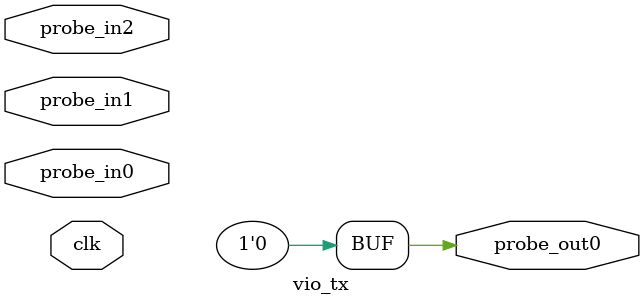
<source format=v>
`timescale 1ns / 1ps
module vio_tx (
clk,
probe_in0,probe_in1,probe_in2,
probe_out0
);

input clk;
input [0 : 0] probe_in0;
input [7 : 0] probe_in1;
input [0 : 0] probe_in2;

output reg [0 : 0] probe_out0 = 'h0 ;


endmodule

</source>
